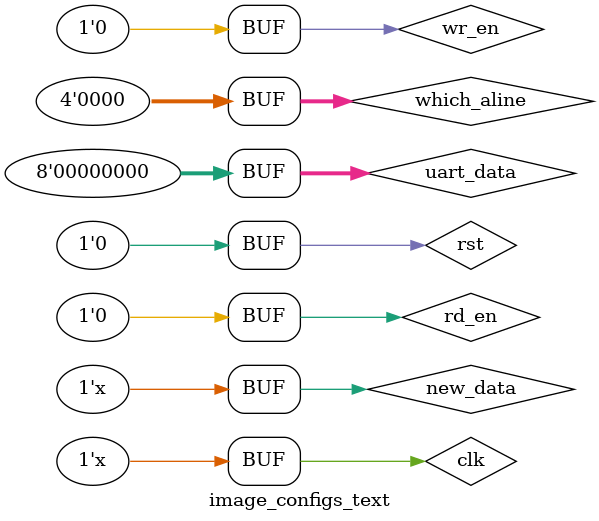
<source format=v>
`timescale 1ns / 1ps


module image_configs_text;

	// Inputs
	reg [7:0] uart_data;
	reg rst;
	reg clk;
	reg new_data;
	reg wr_en;
	reg rd_en;
	reg [3:0] which_aline;

	// Outputs
	wire intaking_configs;
	wire updating_delays;
	wire [4:0] current_state;
	wire [7:0] channel_select;
	wire [4:0] aline_select;
	wire [4:0] addr;
	wire [31:0] pulse_shape;
	wire [15:0] ch0delay;
	wire [15:0] ch1delay;
	wire [15:0] ch2delay;
	wire [15:0] ch3delay;
	wire [15:0] ch4delay;
	wire [15:0] ch5delay;
	wire [15:0] ch6delay;
	wire [15:0] ch7delay;

	// Instantiate the Unit Under Test (UUT)
	image_configs uut (
		.uart_data(uart_data), 
		.rst(rst), 
		.clk(clk), 
		.new_data(new_data), 
		.intaking_configs(intaking_configs), 
		.updating_delays( updating_delays),
		.wr_en(wr_en), 
		.rd_en(rd_en), 
		.current_state(current_state),
		.channel_select(channel_select), 
		.aline_select(aline_select), 
		.pulse_shape(pulse_shape), 
		.addr(addr),
		.which_aline(which_aline), 
		.ch0delay(ch0delay), 
		.ch1delay(ch1delay), 
		.ch2delay(ch2delay), 
		.ch3delay(ch3delay), 
		.ch4delay(ch4delay), 
		.ch5delay(ch5delay), 
		.ch6delay(ch6delay), 
		.ch7delay(ch7delay)
	);

	initial begin
		// Initialize Inputs
		uart_data = 8'b11011011;
		rst = 0;
		clk = 0;
		new_data = 0;
		wr_en = 1;
		rd_en = 0;
		which_aline = 0;

		// Wait 100 ns for global reset to finish
		#100;
		rst = 1;
		#10;
		rst = 0;
		#10;
		rd_en = 0;
		#50;
		uart_data = 8'b11011111;
		#2000;
		uart_data = 8'd0;
		wr_en = 0;
		//#24500;
		//rd_en = 1;
		#10;
		//rd_en = 0;
		
		
		
        
		// Add stimulus here

	end
always #5 clk = ~clk;
always #50 new_data = ~new_data;   
endmodule


</source>
